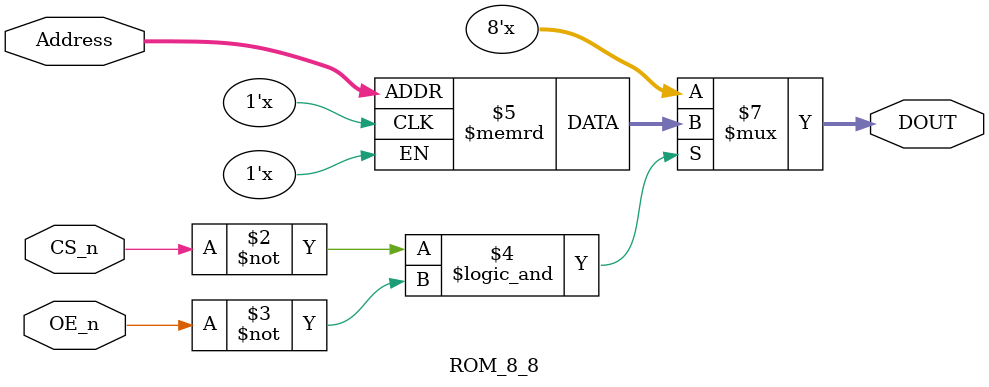
<source format=v>
module ROM_8_8(CS_n,OE_n, Address, DOUT);
parameter WORD_SIZE=8;
parameter WORD_NUMBER=8;
parameter Address_SIZE=3;
input CS_n;
input OE_n;
input [Address_SIZE-1:0] Address;
output [WORD_SIZE-1:0] DOUT;

reg [WORD_SIZE-1:0] DOUT;
reg [WORD_SIZE-1:0] ROM [0:WORD_NUMBER-1];

always @(OE_n)
        if ((CS_n==1'b0)&&(OE_n==1'b0)) 
        DOUT<=ROM[Address];
        else
        DOUT<=8'bz;
endmodule

</source>
